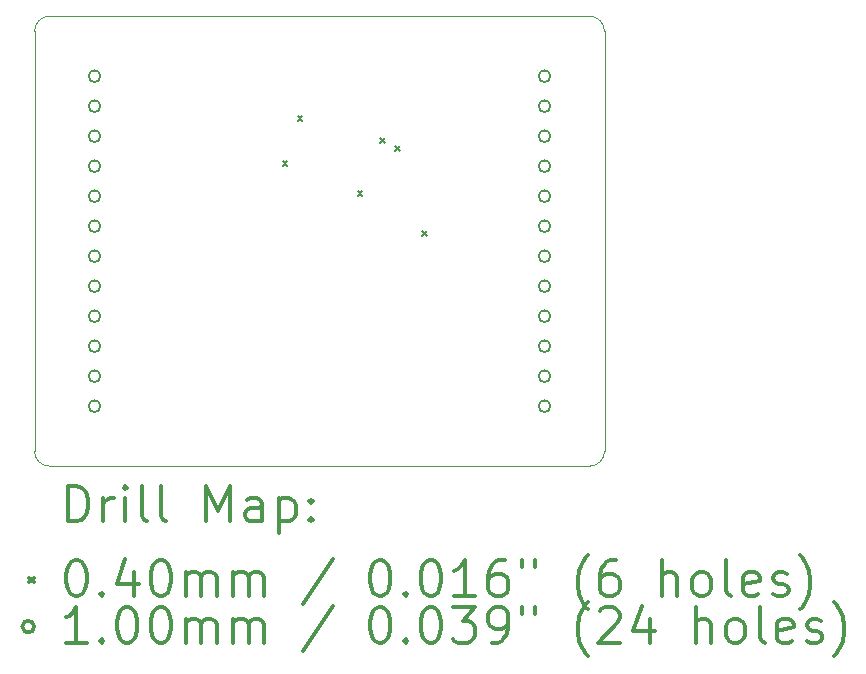
<source format=gbr>
%FSLAX45Y45*%
G04 Gerber Fmt 4.5, Leading zero omitted, Abs format (unit mm)*
G04 Created by KiCad (PCBNEW (5.1.9-0-10_14)) date 2021-08-20 09:17:49*
%MOMM*%
%LPD*%
G01*
G04 APERTURE LIST*
%TA.AperFunction,Profile*%
%ADD10C,0.050000*%
%TD*%
%ADD11C,0.200000*%
%ADD12C,0.300000*%
G04 APERTURE END LIST*
D10*
X13081000Y-8763000D02*
X17653000Y-8763000D01*
X12954000Y-12446000D02*
X12954000Y-8890000D01*
X17653000Y-12573000D02*
X13081000Y-12573000D01*
X17780000Y-8890000D02*
X17780000Y-12446000D01*
X17780000Y-12446000D02*
G75*
G02*
X17653000Y-12573000I-127000J0D01*
G01*
X13081000Y-12573000D02*
G75*
G02*
X12954000Y-12446000I0J127000D01*
G01*
X12954000Y-8890000D02*
G75*
G02*
X13081000Y-8763000I127000J0D01*
G01*
X17653000Y-8763000D02*
G75*
G02*
X17780000Y-8890000I0J-127000D01*
G01*
D11*
X15054900Y-9987600D02*
X15094900Y-10027600D01*
X15094900Y-9987600D02*
X15054900Y-10027600D01*
X15181900Y-9606600D02*
X15221900Y-9646600D01*
X15221900Y-9606600D02*
X15181900Y-9646600D01*
X15689900Y-10241600D02*
X15729900Y-10281600D01*
X15729900Y-10241600D02*
X15689900Y-10281600D01*
X15880400Y-9797100D02*
X15920400Y-9837100D01*
X15920400Y-9797100D02*
X15880400Y-9837100D01*
X16007400Y-9860600D02*
X16047400Y-9900600D01*
X16047400Y-9860600D02*
X16007400Y-9900600D01*
X16236000Y-10584500D02*
X16276000Y-10624500D01*
X16276000Y-10584500D02*
X16236000Y-10624500D01*
X13512000Y-9271000D02*
G75*
G03*
X13512000Y-9271000I-50000J0D01*
G01*
X13512000Y-9525000D02*
G75*
G03*
X13512000Y-9525000I-50000J0D01*
G01*
X13512000Y-9779000D02*
G75*
G03*
X13512000Y-9779000I-50000J0D01*
G01*
X13512000Y-10033000D02*
G75*
G03*
X13512000Y-10033000I-50000J0D01*
G01*
X13512000Y-10287000D02*
G75*
G03*
X13512000Y-10287000I-50000J0D01*
G01*
X13512000Y-10541000D02*
G75*
G03*
X13512000Y-10541000I-50000J0D01*
G01*
X13512000Y-10795000D02*
G75*
G03*
X13512000Y-10795000I-50000J0D01*
G01*
X13512000Y-11049000D02*
G75*
G03*
X13512000Y-11049000I-50000J0D01*
G01*
X13512000Y-11303000D02*
G75*
G03*
X13512000Y-11303000I-50000J0D01*
G01*
X13512000Y-11557000D02*
G75*
G03*
X13512000Y-11557000I-50000J0D01*
G01*
X13512000Y-11811000D02*
G75*
G03*
X13512000Y-11811000I-50000J0D01*
G01*
X13512000Y-12065000D02*
G75*
G03*
X13512000Y-12065000I-50000J0D01*
G01*
X17322000Y-9271000D02*
G75*
G03*
X17322000Y-9271000I-50000J0D01*
G01*
X17322000Y-9525000D02*
G75*
G03*
X17322000Y-9525000I-50000J0D01*
G01*
X17322000Y-9779000D02*
G75*
G03*
X17322000Y-9779000I-50000J0D01*
G01*
X17322000Y-10033000D02*
G75*
G03*
X17322000Y-10033000I-50000J0D01*
G01*
X17322000Y-10287000D02*
G75*
G03*
X17322000Y-10287000I-50000J0D01*
G01*
X17322000Y-10541000D02*
G75*
G03*
X17322000Y-10541000I-50000J0D01*
G01*
X17322000Y-10795000D02*
G75*
G03*
X17322000Y-10795000I-50000J0D01*
G01*
X17322000Y-11049000D02*
G75*
G03*
X17322000Y-11049000I-50000J0D01*
G01*
X17322000Y-11303000D02*
G75*
G03*
X17322000Y-11303000I-50000J0D01*
G01*
X17322000Y-11557000D02*
G75*
G03*
X17322000Y-11557000I-50000J0D01*
G01*
X17322000Y-11811000D02*
G75*
G03*
X17322000Y-11811000I-50000J0D01*
G01*
X17322000Y-12065000D02*
G75*
G03*
X17322000Y-12065000I-50000J0D01*
G01*
D12*
X13237928Y-13041214D02*
X13237928Y-12741214D01*
X13309357Y-12741214D01*
X13352214Y-12755500D01*
X13380786Y-12784071D01*
X13395071Y-12812643D01*
X13409357Y-12869786D01*
X13409357Y-12912643D01*
X13395071Y-12969786D01*
X13380786Y-12998357D01*
X13352214Y-13026929D01*
X13309357Y-13041214D01*
X13237928Y-13041214D01*
X13537928Y-13041214D02*
X13537928Y-12841214D01*
X13537928Y-12898357D02*
X13552214Y-12869786D01*
X13566500Y-12855500D01*
X13595071Y-12841214D01*
X13623643Y-12841214D01*
X13723643Y-13041214D02*
X13723643Y-12841214D01*
X13723643Y-12741214D02*
X13709357Y-12755500D01*
X13723643Y-12769786D01*
X13737928Y-12755500D01*
X13723643Y-12741214D01*
X13723643Y-12769786D01*
X13909357Y-13041214D02*
X13880786Y-13026929D01*
X13866500Y-12998357D01*
X13866500Y-12741214D01*
X14066500Y-13041214D02*
X14037928Y-13026929D01*
X14023643Y-12998357D01*
X14023643Y-12741214D01*
X14409357Y-13041214D02*
X14409357Y-12741214D01*
X14509357Y-12955500D01*
X14609357Y-12741214D01*
X14609357Y-13041214D01*
X14880786Y-13041214D02*
X14880786Y-12884071D01*
X14866500Y-12855500D01*
X14837928Y-12841214D01*
X14780786Y-12841214D01*
X14752214Y-12855500D01*
X14880786Y-13026929D02*
X14852214Y-13041214D01*
X14780786Y-13041214D01*
X14752214Y-13026929D01*
X14737928Y-12998357D01*
X14737928Y-12969786D01*
X14752214Y-12941214D01*
X14780786Y-12926929D01*
X14852214Y-12926929D01*
X14880786Y-12912643D01*
X15023643Y-12841214D02*
X15023643Y-13141214D01*
X15023643Y-12855500D02*
X15052214Y-12841214D01*
X15109357Y-12841214D01*
X15137928Y-12855500D01*
X15152214Y-12869786D01*
X15166500Y-12898357D01*
X15166500Y-12984071D01*
X15152214Y-13012643D01*
X15137928Y-13026929D01*
X15109357Y-13041214D01*
X15052214Y-13041214D01*
X15023643Y-13026929D01*
X15295071Y-13012643D02*
X15309357Y-13026929D01*
X15295071Y-13041214D01*
X15280786Y-13026929D01*
X15295071Y-13012643D01*
X15295071Y-13041214D01*
X15295071Y-12855500D02*
X15309357Y-12869786D01*
X15295071Y-12884071D01*
X15280786Y-12869786D01*
X15295071Y-12855500D01*
X15295071Y-12884071D01*
X12911500Y-13515500D02*
X12951500Y-13555500D01*
X12951500Y-13515500D02*
X12911500Y-13555500D01*
X13295071Y-13371214D02*
X13323643Y-13371214D01*
X13352214Y-13385500D01*
X13366500Y-13399786D01*
X13380786Y-13428357D01*
X13395071Y-13485500D01*
X13395071Y-13556929D01*
X13380786Y-13614071D01*
X13366500Y-13642643D01*
X13352214Y-13656929D01*
X13323643Y-13671214D01*
X13295071Y-13671214D01*
X13266500Y-13656929D01*
X13252214Y-13642643D01*
X13237928Y-13614071D01*
X13223643Y-13556929D01*
X13223643Y-13485500D01*
X13237928Y-13428357D01*
X13252214Y-13399786D01*
X13266500Y-13385500D01*
X13295071Y-13371214D01*
X13523643Y-13642643D02*
X13537928Y-13656929D01*
X13523643Y-13671214D01*
X13509357Y-13656929D01*
X13523643Y-13642643D01*
X13523643Y-13671214D01*
X13795071Y-13471214D02*
X13795071Y-13671214D01*
X13723643Y-13356929D02*
X13652214Y-13571214D01*
X13837928Y-13571214D01*
X14009357Y-13371214D02*
X14037928Y-13371214D01*
X14066500Y-13385500D01*
X14080786Y-13399786D01*
X14095071Y-13428357D01*
X14109357Y-13485500D01*
X14109357Y-13556929D01*
X14095071Y-13614071D01*
X14080786Y-13642643D01*
X14066500Y-13656929D01*
X14037928Y-13671214D01*
X14009357Y-13671214D01*
X13980786Y-13656929D01*
X13966500Y-13642643D01*
X13952214Y-13614071D01*
X13937928Y-13556929D01*
X13937928Y-13485500D01*
X13952214Y-13428357D01*
X13966500Y-13399786D01*
X13980786Y-13385500D01*
X14009357Y-13371214D01*
X14237928Y-13671214D02*
X14237928Y-13471214D01*
X14237928Y-13499786D02*
X14252214Y-13485500D01*
X14280786Y-13471214D01*
X14323643Y-13471214D01*
X14352214Y-13485500D01*
X14366500Y-13514071D01*
X14366500Y-13671214D01*
X14366500Y-13514071D02*
X14380786Y-13485500D01*
X14409357Y-13471214D01*
X14452214Y-13471214D01*
X14480786Y-13485500D01*
X14495071Y-13514071D01*
X14495071Y-13671214D01*
X14637928Y-13671214D02*
X14637928Y-13471214D01*
X14637928Y-13499786D02*
X14652214Y-13485500D01*
X14680786Y-13471214D01*
X14723643Y-13471214D01*
X14752214Y-13485500D01*
X14766500Y-13514071D01*
X14766500Y-13671214D01*
X14766500Y-13514071D02*
X14780786Y-13485500D01*
X14809357Y-13471214D01*
X14852214Y-13471214D01*
X14880786Y-13485500D01*
X14895071Y-13514071D01*
X14895071Y-13671214D01*
X15480786Y-13356929D02*
X15223643Y-13742643D01*
X15866500Y-13371214D02*
X15895071Y-13371214D01*
X15923643Y-13385500D01*
X15937928Y-13399786D01*
X15952214Y-13428357D01*
X15966500Y-13485500D01*
X15966500Y-13556929D01*
X15952214Y-13614071D01*
X15937928Y-13642643D01*
X15923643Y-13656929D01*
X15895071Y-13671214D01*
X15866500Y-13671214D01*
X15837928Y-13656929D01*
X15823643Y-13642643D01*
X15809357Y-13614071D01*
X15795071Y-13556929D01*
X15795071Y-13485500D01*
X15809357Y-13428357D01*
X15823643Y-13399786D01*
X15837928Y-13385500D01*
X15866500Y-13371214D01*
X16095071Y-13642643D02*
X16109357Y-13656929D01*
X16095071Y-13671214D01*
X16080786Y-13656929D01*
X16095071Y-13642643D01*
X16095071Y-13671214D01*
X16295071Y-13371214D02*
X16323643Y-13371214D01*
X16352214Y-13385500D01*
X16366500Y-13399786D01*
X16380786Y-13428357D01*
X16395071Y-13485500D01*
X16395071Y-13556929D01*
X16380786Y-13614071D01*
X16366500Y-13642643D01*
X16352214Y-13656929D01*
X16323643Y-13671214D01*
X16295071Y-13671214D01*
X16266500Y-13656929D01*
X16252214Y-13642643D01*
X16237928Y-13614071D01*
X16223643Y-13556929D01*
X16223643Y-13485500D01*
X16237928Y-13428357D01*
X16252214Y-13399786D01*
X16266500Y-13385500D01*
X16295071Y-13371214D01*
X16680786Y-13671214D02*
X16509357Y-13671214D01*
X16595071Y-13671214D02*
X16595071Y-13371214D01*
X16566500Y-13414071D01*
X16537928Y-13442643D01*
X16509357Y-13456929D01*
X16937928Y-13371214D02*
X16880786Y-13371214D01*
X16852214Y-13385500D01*
X16837928Y-13399786D01*
X16809357Y-13442643D01*
X16795071Y-13499786D01*
X16795071Y-13614071D01*
X16809357Y-13642643D01*
X16823643Y-13656929D01*
X16852214Y-13671214D01*
X16909357Y-13671214D01*
X16937928Y-13656929D01*
X16952214Y-13642643D01*
X16966500Y-13614071D01*
X16966500Y-13542643D01*
X16952214Y-13514071D01*
X16937928Y-13499786D01*
X16909357Y-13485500D01*
X16852214Y-13485500D01*
X16823643Y-13499786D01*
X16809357Y-13514071D01*
X16795071Y-13542643D01*
X17080786Y-13371214D02*
X17080786Y-13428357D01*
X17195071Y-13371214D02*
X17195071Y-13428357D01*
X17637928Y-13785500D02*
X17623643Y-13771214D01*
X17595071Y-13728357D01*
X17580786Y-13699786D01*
X17566500Y-13656929D01*
X17552214Y-13585500D01*
X17552214Y-13528357D01*
X17566500Y-13456929D01*
X17580786Y-13414071D01*
X17595071Y-13385500D01*
X17623643Y-13342643D01*
X17637928Y-13328357D01*
X17880786Y-13371214D02*
X17823643Y-13371214D01*
X17795071Y-13385500D01*
X17780786Y-13399786D01*
X17752214Y-13442643D01*
X17737928Y-13499786D01*
X17737928Y-13614071D01*
X17752214Y-13642643D01*
X17766500Y-13656929D01*
X17795071Y-13671214D01*
X17852214Y-13671214D01*
X17880786Y-13656929D01*
X17895071Y-13642643D01*
X17909357Y-13614071D01*
X17909357Y-13542643D01*
X17895071Y-13514071D01*
X17880786Y-13499786D01*
X17852214Y-13485500D01*
X17795071Y-13485500D01*
X17766500Y-13499786D01*
X17752214Y-13514071D01*
X17737928Y-13542643D01*
X18266500Y-13671214D02*
X18266500Y-13371214D01*
X18395071Y-13671214D02*
X18395071Y-13514071D01*
X18380786Y-13485500D01*
X18352214Y-13471214D01*
X18309357Y-13471214D01*
X18280786Y-13485500D01*
X18266500Y-13499786D01*
X18580786Y-13671214D02*
X18552214Y-13656929D01*
X18537928Y-13642643D01*
X18523643Y-13614071D01*
X18523643Y-13528357D01*
X18537928Y-13499786D01*
X18552214Y-13485500D01*
X18580786Y-13471214D01*
X18623643Y-13471214D01*
X18652214Y-13485500D01*
X18666500Y-13499786D01*
X18680786Y-13528357D01*
X18680786Y-13614071D01*
X18666500Y-13642643D01*
X18652214Y-13656929D01*
X18623643Y-13671214D01*
X18580786Y-13671214D01*
X18852214Y-13671214D02*
X18823643Y-13656929D01*
X18809357Y-13628357D01*
X18809357Y-13371214D01*
X19080786Y-13656929D02*
X19052214Y-13671214D01*
X18995071Y-13671214D01*
X18966500Y-13656929D01*
X18952214Y-13628357D01*
X18952214Y-13514071D01*
X18966500Y-13485500D01*
X18995071Y-13471214D01*
X19052214Y-13471214D01*
X19080786Y-13485500D01*
X19095071Y-13514071D01*
X19095071Y-13542643D01*
X18952214Y-13571214D01*
X19209357Y-13656929D02*
X19237928Y-13671214D01*
X19295071Y-13671214D01*
X19323643Y-13656929D01*
X19337928Y-13628357D01*
X19337928Y-13614071D01*
X19323643Y-13585500D01*
X19295071Y-13571214D01*
X19252214Y-13571214D01*
X19223643Y-13556929D01*
X19209357Y-13528357D01*
X19209357Y-13514071D01*
X19223643Y-13485500D01*
X19252214Y-13471214D01*
X19295071Y-13471214D01*
X19323643Y-13485500D01*
X19437928Y-13785500D02*
X19452214Y-13771214D01*
X19480786Y-13728357D01*
X19495071Y-13699786D01*
X19509357Y-13656929D01*
X19523643Y-13585500D01*
X19523643Y-13528357D01*
X19509357Y-13456929D01*
X19495071Y-13414071D01*
X19480786Y-13385500D01*
X19452214Y-13342643D01*
X19437928Y-13328357D01*
X12951500Y-13931500D02*
G75*
G03*
X12951500Y-13931500I-50000J0D01*
G01*
X13395071Y-14067214D02*
X13223643Y-14067214D01*
X13309357Y-14067214D02*
X13309357Y-13767214D01*
X13280786Y-13810071D01*
X13252214Y-13838643D01*
X13223643Y-13852929D01*
X13523643Y-14038643D02*
X13537928Y-14052929D01*
X13523643Y-14067214D01*
X13509357Y-14052929D01*
X13523643Y-14038643D01*
X13523643Y-14067214D01*
X13723643Y-13767214D02*
X13752214Y-13767214D01*
X13780786Y-13781500D01*
X13795071Y-13795786D01*
X13809357Y-13824357D01*
X13823643Y-13881500D01*
X13823643Y-13952929D01*
X13809357Y-14010071D01*
X13795071Y-14038643D01*
X13780786Y-14052929D01*
X13752214Y-14067214D01*
X13723643Y-14067214D01*
X13695071Y-14052929D01*
X13680786Y-14038643D01*
X13666500Y-14010071D01*
X13652214Y-13952929D01*
X13652214Y-13881500D01*
X13666500Y-13824357D01*
X13680786Y-13795786D01*
X13695071Y-13781500D01*
X13723643Y-13767214D01*
X14009357Y-13767214D02*
X14037928Y-13767214D01*
X14066500Y-13781500D01*
X14080786Y-13795786D01*
X14095071Y-13824357D01*
X14109357Y-13881500D01*
X14109357Y-13952929D01*
X14095071Y-14010071D01*
X14080786Y-14038643D01*
X14066500Y-14052929D01*
X14037928Y-14067214D01*
X14009357Y-14067214D01*
X13980786Y-14052929D01*
X13966500Y-14038643D01*
X13952214Y-14010071D01*
X13937928Y-13952929D01*
X13937928Y-13881500D01*
X13952214Y-13824357D01*
X13966500Y-13795786D01*
X13980786Y-13781500D01*
X14009357Y-13767214D01*
X14237928Y-14067214D02*
X14237928Y-13867214D01*
X14237928Y-13895786D02*
X14252214Y-13881500D01*
X14280786Y-13867214D01*
X14323643Y-13867214D01*
X14352214Y-13881500D01*
X14366500Y-13910071D01*
X14366500Y-14067214D01*
X14366500Y-13910071D02*
X14380786Y-13881500D01*
X14409357Y-13867214D01*
X14452214Y-13867214D01*
X14480786Y-13881500D01*
X14495071Y-13910071D01*
X14495071Y-14067214D01*
X14637928Y-14067214D02*
X14637928Y-13867214D01*
X14637928Y-13895786D02*
X14652214Y-13881500D01*
X14680786Y-13867214D01*
X14723643Y-13867214D01*
X14752214Y-13881500D01*
X14766500Y-13910071D01*
X14766500Y-14067214D01*
X14766500Y-13910071D02*
X14780786Y-13881500D01*
X14809357Y-13867214D01*
X14852214Y-13867214D01*
X14880786Y-13881500D01*
X14895071Y-13910071D01*
X14895071Y-14067214D01*
X15480786Y-13752929D02*
X15223643Y-14138643D01*
X15866500Y-13767214D02*
X15895071Y-13767214D01*
X15923643Y-13781500D01*
X15937928Y-13795786D01*
X15952214Y-13824357D01*
X15966500Y-13881500D01*
X15966500Y-13952929D01*
X15952214Y-14010071D01*
X15937928Y-14038643D01*
X15923643Y-14052929D01*
X15895071Y-14067214D01*
X15866500Y-14067214D01*
X15837928Y-14052929D01*
X15823643Y-14038643D01*
X15809357Y-14010071D01*
X15795071Y-13952929D01*
X15795071Y-13881500D01*
X15809357Y-13824357D01*
X15823643Y-13795786D01*
X15837928Y-13781500D01*
X15866500Y-13767214D01*
X16095071Y-14038643D02*
X16109357Y-14052929D01*
X16095071Y-14067214D01*
X16080786Y-14052929D01*
X16095071Y-14038643D01*
X16095071Y-14067214D01*
X16295071Y-13767214D02*
X16323643Y-13767214D01*
X16352214Y-13781500D01*
X16366500Y-13795786D01*
X16380786Y-13824357D01*
X16395071Y-13881500D01*
X16395071Y-13952929D01*
X16380786Y-14010071D01*
X16366500Y-14038643D01*
X16352214Y-14052929D01*
X16323643Y-14067214D01*
X16295071Y-14067214D01*
X16266500Y-14052929D01*
X16252214Y-14038643D01*
X16237928Y-14010071D01*
X16223643Y-13952929D01*
X16223643Y-13881500D01*
X16237928Y-13824357D01*
X16252214Y-13795786D01*
X16266500Y-13781500D01*
X16295071Y-13767214D01*
X16495071Y-13767214D02*
X16680786Y-13767214D01*
X16580786Y-13881500D01*
X16623643Y-13881500D01*
X16652214Y-13895786D01*
X16666500Y-13910071D01*
X16680786Y-13938643D01*
X16680786Y-14010071D01*
X16666500Y-14038643D01*
X16652214Y-14052929D01*
X16623643Y-14067214D01*
X16537928Y-14067214D01*
X16509357Y-14052929D01*
X16495071Y-14038643D01*
X16823643Y-14067214D02*
X16880786Y-14067214D01*
X16909357Y-14052929D01*
X16923643Y-14038643D01*
X16952214Y-13995786D01*
X16966500Y-13938643D01*
X16966500Y-13824357D01*
X16952214Y-13795786D01*
X16937928Y-13781500D01*
X16909357Y-13767214D01*
X16852214Y-13767214D01*
X16823643Y-13781500D01*
X16809357Y-13795786D01*
X16795071Y-13824357D01*
X16795071Y-13895786D01*
X16809357Y-13924357D01*
X16823643Y-13938643D01*
X16852214Y-13952929D01*
X16909357Y-13952929D01*
X16937928Y-13938643D01*
X16952214Y-13924357D01*
X16966500Y-13895786D01*
X17080786Y-13767214D02*
X17080786Y-13824357D01*
X17195071Y-13767214D02*
X17195071Y-13824357D01*
X17637928Y-14181500D02*
X17623643Y-14167214D01*
X17595071Y-14124357D01*
X17580786Y-14095786D01*
X17566500Y-14052929D01*
X17552214Y-13981500D01*
X17552214Y-13924357D01*
X17566500Y-13852929D01*
X17580786Y-13810071D01*
X17595071Y-13781500D01*
X17623643Y-13738643D01*
X17637928Y-13724357D01*
X17737928Y-13795786D02*
X17752214Y-13781500D01*
X17780786Y-13767214D01*
X17852214Y-13767214D01*
X17880786Y-13781500D01*
X17895071Y-13795786D01*
X17909357Y-13824357D01*
X17909357Y-13852929D01*
X17895071Y-13895786D01*
X17723643Y-14067214D01*
X17909357Y-14067214D01*
X18166500Y-13867214D02*
X18166500Y-14067214D01*
X18095071Y-13752929D02*
X18023643Y-13967214D01*
X18209357Y-13967214D01*
X18552214Y-14067214D02*
X18552214Y-13767214D01*
X18680786Y-14067214D02*
X18680786Y-13910071D01*
X18666500Y-13881500D01*
X18637928Y-13867214D01*
X18595071Y-13867214D01*
X18566500Y-13881500D01*
X18552214Y-13895786D01*
X18866500Y-14067214D02*
X18837928Y-14052929D01*
X18823643Y-14038643D01*
X18809357Y-14010071D01*
X18809357Y-13924357D01*
X18823643Y-13895786D01*
X18837928Y-13881500D01*
X18866500Y-13867214D01*
X18909357Y-13867214D01*
X18937928Y-13881500D01*
X18952214Y-13895786D01*
X18966500Y-13924357D01*
X18966500Y-14010071D01*
X18952214Y-14038643D01*
X18937928Y-14052929D01*
X18909357Y-14067214D01*
X18866500Y-14067214D01*
X19137928Y-14067214D02*
X19109357Y-14052929D01*
X19095071Y-14024357D01*
X19095071Y-13767214D01*
X19366500Y-14052929D02*
X19337928Y-14067214D01*
X19280786Y-14067214D01*
X19252214Y-14052929D01*
X19237928Y-14024357D01*
X19237928Y-13910071D01*
X19252214Y-13881500D01*
X19280786Y-13867214D01*
X19337928Y-13867214D01*
X19366500Y-13881500D01*
X19380786Y-13910071D01*
X19380786Y-13938643D01*
X19237928Y-13967214D01*
X19495071Y-14052929D02*
X19523643Y-14067214D01*
X19580786Y-14067214D01*
X19609357Y-14052929D01*
X19623643Y-14024357D01*
X19623643Y-14010071D01*
X19609357Y-13981500D01*
X19580786Y-13967214D01*
X19537928Y-13967214D01*
X19509357Y-13952929D01*
X19495071Y-13924357D01*
X19495071Y-13910071D01*
X19509357Y-13881500D01*
X19537928Y-13867214D01*
X19580786Y-13867214D01*
X19609357Y-13881500D01*
X19723643Y-14181500D02*
X19737928Y-14167214D01*
X19766500Y-14124357D01*
X19780786Y-14095786D01*
X19795071Y-14052929D01*
X19809357Y-13981500D01*
X19809357Y-13924357D01*
X19795071Y-13852929D01*
X19780786Y-13810071D01*
X19766500Y-13781500D01*
X19737928Y-13738643D01*
X19723643Y-13724357D01*
M02*

</source>
